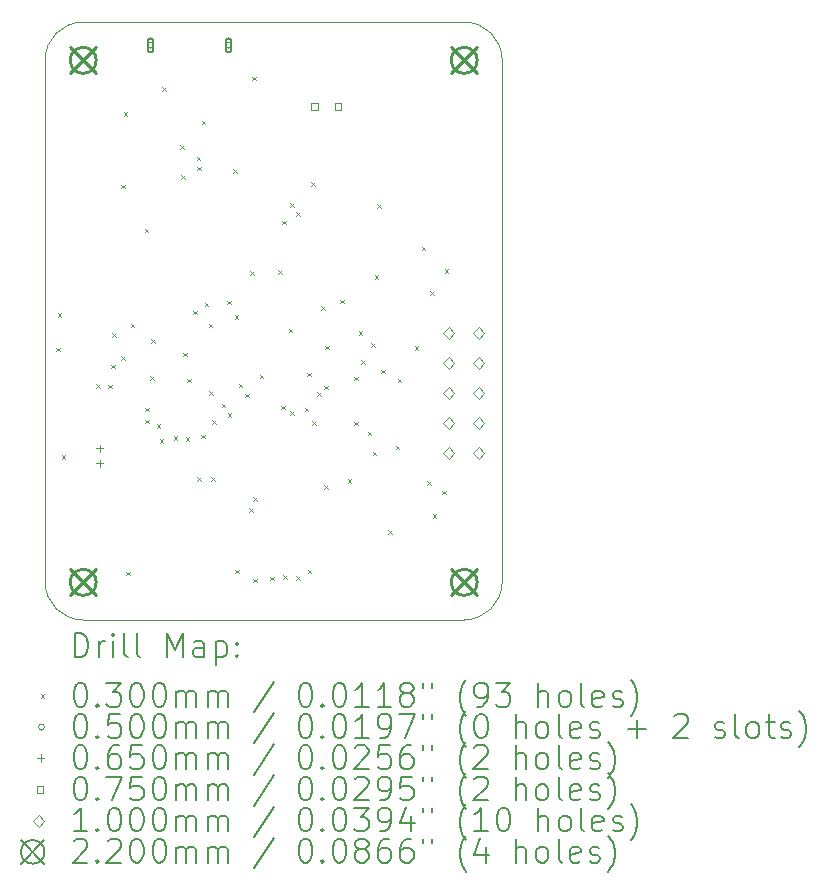
<source format=gbr>
%TF.GenerationSoftware,KiCad,Pcbnew,(6.0.10)*%
%TF.CreationDate,2023-03-04T03:17:44-05:00*%
%TF.ProjectId,SmartWatch,536d6172-7457-4617-9463-682e6b696361,rev?*%
%TF.SameCoordinates,Original*%
%TF.FileFunction,Drillmap*%
%TF.FilePolarity,Positive*%
%FSLAX45Y45*%
G04 Gerber Fmt 4.5, Leading zero omitted, Abs format (unit mm)*
G04 Created by KiCad (PCBNEW (6.0.10)) date 2023-03-04 03:17:44*
%MOMM*%
%LPD*%
G01*
G04 APERTURE LIST*
%ADD10C,0.100000*%
%ADD11C,0.200000*%
%ADD12C,0.030000*%
%ADD13C,0.050000*%
%ADD14C,0.065000*%
%ADD15C,0.075000*%
%ADD16C,0.220000*%
G04 APERTURE END LIST*
D10*
X10390000Y-11010000D02*
G75*
G03*
X10710000Y-10690000I0J320000D01*
G01*
X7160000Y-5950000D02*
G75*
G03*
X6840000Y-6270000I0J-320000D01*
G01*
X6840000Y-10690000D02*
X6840000Y-6270000D01*
X10710000Y-6270000D02*
G75*
G03*
X10390000Y-5950000I-320000J0D01*
G01*
X7160000Y-5950000D02*
X10390000Y-5950000D01*
X6840000Y-10690000D02*
G75*
G03*
X7160000Y-11010000I320000J0D01*
G01*
X10390000Y-11010000D02*
X7160000Y-11010000D01*
X10710000Y-6270000D02*
X10710000Y-10690000D01*
D11*
D12*
X6935000Y-8706000D02*
X6965000Y-8736000D01*
X6965000Y-8706000D02*
X6935000Y-8736000D01*
X6947000Y-8414000D02*
X6977000Y-8444000D01*
X6977000Y-8414000D02*
X6947000Y-8444000D01*
X6982000Y-9618000D02*
X7012000Y-9648000D01*
X7012000Y-9618000D02*
X6982000Y-9648000D01*
X7271000Y-9017950D02*
X7301000Y-9047950D01*
X7301000Y-9017950D02*
X7271000Y-9047950D01*
X7375000Y-9021000D02*
X7405000Y-9051000D01*
X7405000Y-9021000D02*
X7375000Y-9051000D01*
X7400000Y-8850000D02*
X7430000Y-8880000D01*
X7430000Y-8850000D02*
X7400000Y-8880000D01*
X7409000Y-8586000D02*
X7439000Y-8616000D01*
X7439000Y-8586000D02*
X7409000Y-8616000D01*
X7485000Y-7325000D02*
X7515000Y-7355000D01*
X7515000Y-7325000D02*
X7485000Y-7355000D01*
X7485950Y-8780000D02*
X7515950Y-8810000D01*
X7515950Y-8780000D02*
X7485950Y-8810000D01*
X7505000Y-6715000D02*
X7535000Y-6745000D01*
X7535000Y-6715000D02*
X7505000Y-6745000D01*
X7526000Y-10605000D02*
X7556000Y-10635000D01*
X7556000Y-10605000D02*
X7526000Y-10635000D01*
X7565000Y-8505050D02*
X7595000Y-8535050D01*
X7595000Y-8505050D02*
X7565000Y-8535050D01*
X7682000Y-7701000D02*
X7712000Y-7731000D01*
X7712000Y-7701000D02*
X7682000Y-7731000D01*
X7687874Y-9314928D02*
X7717874Y-9344928D01*
X7717874Y-9314928D02*
X7687874Y-9344928D01*
X7690000Y-9215000D02*
X7720000Y-9245000D01*
X7720000Y-9215000D02*
X7690000Y-9245000D01*
X7731000Y-8946000D02*
X7761000Y-8976000D01*
X7761000Y-8946000D02*
X7731000Y-8976000D01*
X7739000Y-8636000D02*
X7769000Y-8666000D01*
X7769000Y-8636000D02*
X7739000Y-8666000D01*
X7783882Y-9354733D02*
X7813882Y-9384733D01*
X7813882Y-9354733D02*
X7783882Y-9384733D01*
X7812000Y-9481000D02*
X7842000Y-9511000D01*
X7842000Y-9481000D02*
X7812000Y-9511000D01*
X7831629Y-6501724D02*
X7861629Y-6531724D01*
X7861629Y-6501724D02*
X7831629Y-6531724D01*
X7931000Y-9456000D02*
X7961000Y-9486000D01*
X7961000Y-9456000D02*
X7931000Y-9486000D01*
X7982500Y-6992500D02*
X8012500Y-7022500D01*
X8012500Y-6992500D02*
X7982500Y-7022500D01*
X7990573Y-7244950D02*
X8020573Y-7274950D01*
X8020573Y-7244950D02*
X7990573Y-7274950D01*
X8007927Y-8747927D02*
X8037927Y-8777927D01*
X8037927Y-8747927D02*
X8007927Y-8777927D01*
X8030365Y-9466801D02*
X8060365Y-9496801D01*
X8060365Y-9466801D02*
X8030365Y-9496801D01*
X8045000Y-8968000D02*
X8075000Y-8998000D01*
X8075000Y-8968000D02*
X8045000Y-8998000D01*
X8095000Y-8392500D02*
X8125000Y-8422500D01*
X8125000Y-8392500D02*
X8095000Y-8422500D01*
X8122575Y-7089278D02*
X8152575Y-7119278D01*
X8152575Y-7089278D02*
X8122575Y-7119278D01*
X8127000Y-7176000D02*
X8157000Y-7206000D01*
X8157000Y-7176000D02*
X8127000Y-7206000D01*
X8127000Y-9802000D02*
X8157000Y-9832000D01*
X8157000Y-9802000D02*
X8127000Y-9832000D01*
X8160000Y-9443000D02*
X8190000Y-9473000D01*
X8190000Y-9443000D02*
X8160000Y-9473000D01*
X8165950Y-6785000D02*
X8195950Y-6815000D01*
X8195950Y-6785000D02*
X8165950Y-6815000D01*
X8190000Y-8325000D02*
X8220000Y-8355000D01*
X8220000Y-8325000D02*
X8190000Y-8355000D01*
X8225000Y-8505000D02*
X8255000Y-8535000D01*
X8255000Y-8505000D02*
X8225000Y-8535000D01*
X8230000Y-9074950D02*
X8260000Y-9104950D01*
X8260000Y-9074950D02*
X8230000Y-9104950D01*
X8247050Y-9802050D02*
X8277050Y-9832050D01*
X8277050Y-9802050D02*
X8247050Y-9832050D01*
X8254000Y-9322000D02*
X8284000Y-9352000D01*
X8284000Y-9322000D02*
X8254000Y-9352000D01*
X8335038Y-9179962D02*
X8365038Y-9209962D01*
X8365038Y-9179962D02*
X8335038Y-9209962D01*
X8382500Y-8310000D02*
X8412500Y-8340000D01*
X8412500Y-8310000D02*
X8382500Y-8340000D01*
X8387000Y-9263000D02*
X8417000Y-9293000D01*
X8417000Y-9263000D02*
X8387000Y-9293000D01*
X8433950Y-7196000D02*
X8463950Y-7226000D01*
X8463950Y-7196000D02*
X8433950Y-7226000D01*
X8447500Y-8430000D02*
X8477500Y-8460000D01*
X8477500Y-8430000D02*
X8447500Y-8460000D01*
X8449000Y-10588000D02*
X8479000Y-10618000D01*
X8479000Y-10588000D02*
X8449000Y-10618000D01*
X8479000Y-9013000D02*
X8509000Y-9043000D01*
X8509000Y-9013000D02*
X8479000Y-9043000D01*
X8536781Y-9094764D02*
X8566781Y-9124764D01*
X8566781Y-9094764D02*
X8536781Y-9124764D01*
X8570024Y-10067697D02*
X8600024Y-10097697D01*
X8600024Y-10067697D02*
X8570024Y-10097697D01*
X8579000Y-8057000D02*
X8609000Y-8087000D01*
X8609000Y-8057000D02*
X8579000Y-8087000D01*
X8592500Y-6412500D02*
X8622500Y-6442500D01*
X8622500Y-6412500D02*
X8592500Y-6442500D01*
X8602000Y-9973000D02*
X8632000Y-10003000D01*
X8632000Y-9973000D02*
X8602000Y-10003000D01*
X8604000Y-10661000D02*
X8634000Y-10691000D01*
X8634000Y-10661000D02*
X8604000Y-10691000D01*
X8658000Y-8935000D02*
X8688000Y-8965000D01*
X8688000Y-8935000D02*
X8658000Y-8965000D01*
X8745000Y-10647000D02*
X8775000Y-10677000D01*
X8775000Y-10647000D02*
X8745000Y-10677000D01*
X8812000Y-8051000D02*
X8842000Y-8081000D01*
X8842000Y-8051000D02*
X8812000Y-8081000D01*
X8838000Y-9197000D02*
X8868000Y-9227000D01*
X8868000Y-9197000D02*
X8838000Y-9227000D01*
X8846000Y-7633050D02*
X8876000Y-7663050D01*
X8876000Y-7633050D02*
X8846000Y-7663050D01*
X8856000Y-10632000D02*
X8886000Y-10662000D01*
X8886000Y-10632000D02*
X8856000Y-10662000D01*
X8902500Y-8545000D02*
X8932500Y-8575000D01*
X8932500Y-8545000D02*
X8902500Y-8575000D01*
X8913323Y-9246169D02*
X8943323Y-9276169D01*
X8943323Y-9246169D02*
X8913323Y-9276169D01*
X8915000Y-7485000D02*
X8945000Y-7515000D01*
X8945000Y-7485000D02*
X8915000Y-7515000D01*
X8967894Y-10640554D02*
X8997894Y-10670554D01*
X8997894Y-10640554D02*
X8967894Y-10670554D01*
X8968000Y-7560000D02*
X8998000Y-7590000D01*
X8998000Y-7560000D02*
X8968000Y-7590000D01*
X9040000Y-9215000D02*
X9070000Y-9245000D01*
X9070000Y-9215000D02*
X9040000Y-9245000D01*
X9060000Y-8920000D02*
X9090000Y-8950000D01*
X9090000Y-8920000D02*
X9060000Y-8950000D01*
X9065000Y-10586000D02*
X9095000Y-10616000D01*
X9095000Y-10586000D02*
X9065000Y-10616000D01*
X9095000Y-7305000D02*
X9125000Y-7335000D01*
X9125000Y-7305000D02*
X9095000Y-7335000D01*
X9100000Y-9330000D02*
X9130000Y-9360000D01*
X9130000Y-9330000D02*
X9100000Y-9360000D01*
X9145000Y-9085050D02*
X9175000Y-9115050D01*
X9175000Y-9085050D02*
X9145000Y-9115050D01*
X9177000Y-8354000D02*
X9207000Y-8384000D01*
X9207000Y-8354000D02*
X9177000Y-8384000D01*
X9203000Y-9870000D02*
X9233000Y-9900000D01*
X9233000Y-9870000D02*
X9203000Y-9900000D01*
X9205050Y-9030000D02*
X9235050Y-9060000D01*
X9235050Y-9030000D02*
X9205050Y-9060000D01*
X9214000Y-8688000D02*
X9244000Y-8718000D01*
X9244000Y-8688000D02*
X9214000Y-8718000D01*
X9338051Y-8301269D02*
X9368051Y-8331269D01*
X9368051Y-8301269D02*
X9338051Y-8331269D01*
X9402038Y-9818962D02*
X9432038Y-9848962D01*
X9432038Y-9818962D02*
X9402038Y-9848962D01*
X9457000Y-8952000D02*
X9487000Y-8982000D01*
X9487000Y-8952000D02*
X9457000Y-8982000D01*
X9457000Y-9334000D02*
X9487000Y-9364000D01*
X9487000Y-9334000D02*
X9457000Y-9364000D01*
X9496674Y-8567301D02*
X9526674Y-8597301D01*
X9526674Y-8567301D02*
X9496674Y-8597301D01*
X9515000Y-8811000D02*
X9545000Y-8841000D01*
X9545000Y-8811000D02*
X9515000Y-8841000D01*
X9570000Y-9417000D02*
X9600000Y-9447000D01*
X9600000Y-9417000D02*
X9570000Y-9447000D01*
X9601000Y-8670000D02*
X9631000Y-8700000D01*
X9631000Y-8670000D02*
X9601000Y-8700000D01*
X9614000Y-9588000D02*
X9644000Y-9618000D01*
X9644000Y-9588000D02*
X9614000Y-9618000D01*
X9632000Y-8092000D02*
X9662000Y-8122000D01*
X9662000Y-8092000D02*
X9632000Y-8122000D01*
X9652000Y-7490000D02*
X9682000Y-7520000D01*
X9682000Y-7490000D02*
X9652000Y-7520000D01*
X9686000Y-8892000D02*
X9716000Y-8922000D01*
X9716000Y-8892000D02*
X9686000Y-8922000D01*
X9745000Y-10250000D02*
X9775000Y-10280000D01*
X9775000Y-10250000D02*
X9745000Y-10280000D01*
X9807000Y-9538000D02*
X9837000Y-9568000D01*
X9837000Y-9538000D02*
X9807000Y-9568000D01*
X9826000Y-8971000D02*
X9856000Y-9001000D01*
X9856000Y-8971000D02*
X9826000Y-9001000D01*
X9968000Y-8694000D02*
X9998000Y-8724000D01*
X9998000Y-8694000D02*
X9968000Y-8724000D01*
X10027500Y-7850000D02*
X10057500Y-7880000D01*
X10057500Y-7850000D02*
X10027500Y-7880000D01*
X10076000Y-9836000D02*
X10106000Y-9866000D01*
X10106000Y-9836000D02*
X10076000Y-9866000D01*
X10099000Y-8230000D02*
X10129000Y-8260000D01*
X10129000Y-8230000D02*
X10099000Y-8260000D01*
X10121000Y-10115000D02*
X10151000Y-10145000D01*
X10151000Y-10115000D02*
X10121000Y-10145000D01*
X10203000Y-9919000D02*
X10233000Y-9949000D01*
X10233000Y-9919000D02*
X10203000Y-9949000D01*
X10225000Y-8040000D02*
X10255000Y-8070000D01*
X10255000Y-8040000D02*
X10225000Y-8070000D01*
D13*
X7757600Y-6146800D02*
G75*
G03*
X7757600Y-6146800I-25000J0D01*
G01*
D11*
X7757600Y-6181800D02*
X7757600Y-6111800D01*
X7707600Y-6181800D02*
X7707600Y-6111800D01*
X7757600Y-6111800D02*
G75*
G03*
X7707600Y-6111800I-25000J0D01*
G01*
X7707600Y-6181800D02*
G75*
G03*
X7757600Y-6181800I25000J0D01*
G01*
D13*
X8417600Y-6146800D02*
G75*
G03*
X8417600Y-6146800I-25000J0D01*
G01*
D11*
X8417600Y-6181800D02*
X8417600Y-6111800D01*
X8367600Y-6181800D02*
X8367600Y-6111800D01*
X8417600Y-6111800D02*
G75*
G03*
X8367600Y-6111800I-25000J0D01*
G01*
X8367600Y-6181800D02*
G75*
G03*
X8417600Y-6181800I25000J0D01*
G01*
D14*
X7301000Y-9526500D02*
X7301000Y-9591500D01*
X7268500Y-9559000D02*
X7333500Y-9559000D01*
X7301000Y-9653500D02*
X7301000Y-9718500D01*
X7268500Y-9686000D02*
X7333500Y-9686000D01*
D15*
X9146717Y-6691917D02*
X9146717Y-6638883D01*
X9093683Y-6638883D01*
X9093683Y-6691917D01*
X9146717Y-6691917D01*
X9346717Y-6691917D02*
X9346717Y-6638883D01*
X9293683Y-6638883D01*
X9293683Y-6691917D01*
X9346717Y-6691917D01*
D10*
X10256000Y-8634000D02*
X10306000Y-8584000D01*
X10256000Y-8534000D01*
X10206000Y-8584000D01*
X10256000Y-8634000D01*
X10256000Y-8888000D02*
X10306000Y-8838000D01*
X10256000Y-8788000D01*
X10206000Y-8838000D01*
X10256000Y-8888000D01*
X10256000Y-9142000D02*
X10306000Y-9092000D01*
X10256000Y-9042000D01*
X10206000Y-9092000D01*
X10256000Y-9142000D01*
X10256000Y-9396000D02*
X10306000Y-9346000D01*
X10256000Y-9296000D01*
X10206000Y-9346000D01*
X10256000Y-9396000D01*
X10256000Y-9650000D02*
X10306000Y-9600000D01*
X10256000Y-9550000D01*
X10206000Y-9600000D01*
X10256000Y-9650000D01*
X10510000Y-8634000D02*
X10560000Y-8584000D01*
X10510000Y-8534000D01*
X10460000Y-8584000D01*
X10510000Y-8634000D01*
X10510000Y-8888000D02*
X10560000Y-8838000D01*
X10510000Y-8788000D01*
X10460000Y-8838000D01*
X10510000Y-8888000D01*
X10510000Y-9142000D02*
X10560000Y-9092000D01*
X10510000Y-9042000D01*
X10460000Y-9092000D01*
X10510000Y-9142000D01*
X10510000Y-9396000D02*
X10560000Y-9346000D01*
X10510000Y-9296000D01*
X10460000Y-9346000D01*
X10510000Y-9396000D01*
X10510000Y-9650000D02*
X10560000Y-9600000D01*
X10510000Y-9550000D01*
X10460000Y-9600000D01*
X10510000Y-9650000D01*
D16*
X7052800Y-6163800D02*
X7272800Y-6383800D01*
X7272800Y-6163800D02*
X7052800Y-6383800D01*
X7272800Y-6273800D02*
G75*
G03*
X7272800Y-6273800I-110000J0D01*
G01*
X7052800Y-10583400D02*
X7272800Y-10803400D01*
X7272800Y-10583400D02*
X7052800Y-10803400D01*
X7272800Y-10693400D02*
G75*
G03*
X7272800Y-10693400I-110000J0D01*
G01*
X10278600Y-6163800D02*
X10498600Y-6383800D01*
X10498600Y-6163800D02*
X10278600Y-6383800D01*
X10498600Y-6273800D02*
G75*
G03*
X10498600Y-6273800I-110000J0D01*
G01*
X10278600Y-10583400D02*
X10498600Y-10803400D01*
X10498600Y-10583400D02*
X10278600Y-10803400D01*
X10498600Y-10693400D02*
G75*
G03*
X10498600Y-10693400I-110000J0D01*
G01*
D11*
X7092619Y-11325476D02*
X7092619Y-11125476D01*
X7140238Y-11125476D01*
X7168809Y-11135000D01*
X7187857Y-11154048D01*
X7197381Y-11173095D01*
X7206905Y-11211190D01*
X7206905Y-11239762D01*
X7197381Y-11277857D01*
X7187857Y-11296905D01*
X7168809Y-11315952D01*
X7140238Y-11325476D01*
X7092619Y-11325476D01*
X7292619Y-11325476D02*
X7292619Y-11192143D01*
X7292619Y-11230238D02*
X7302143Y-11211190D01*
X7311667Y-11201667D01*
X7330714Y-11192143D01*
X7349762Y-11192143D01*
X7416428Y-11325476D02*
X7416428Y-11192143D01*
X7416428Y-11125476D02*
X7406905Y-11135000D01*
X7416428Y-11144524D01*
X7425952Y-11135000D01*
X7416428Y-11125476D01*
X7416428Y-11144524D01*
X7540238Y-11325476D02*
X7521190Y-11315952D01*
X7511667Y-11296905D01*
X7511667Y-11125476D01*
X7645000Y-11325476D02*
X7625952Y-11315952D01*
X7616428Y-11296905D01*
X7616428Y-11125476D01*
X7873571Y-11325476D02*
X7873571Y-11125476D01*
X7940238Y-11268333D01*
X8006905Y-11125476D01*
X8006905Y-11325476D01*
X8187857Y-11325476D02*
X8187857Y-11220714D01*
X8178333Y-11201667D01*
X8159286Y-11192143D01*
X8121190Y-11192143D01*
X8102143Y-11201667D01*
X8187857Y-11315952D02*
X8168809Y-11325476D01*
X8121190Y-11325476D01*
X8102143Y-11315952D01*
X8092619Y-11296905D01*
X8092619Y-11277857D01*
X8102143Y-11258809D01*
X8121190Y-11249286D01*
X8168809Y-11249286D01*
X8187857Y-11239762D01*
X8283095Y-11192143D02*
X8283095Y-11392143D01*
X8283095Y-11201667D02*
X8302143Y-11192143D01*
X8340238Y-11192143D01*
X8359286Y-11201667D01*
X8368809Y-11211190D01*
X8378333Y-11230238D01*
X8378333Y-11287381D01*
X8368809Y-11306428D01*
X8359286Y-11315952D01*
X8340238Y-11325476D01*
X8302143Y-11325476D01*
X8283095Y-11315952D01*
X8464048Y-11306428D02*
X8473571Y-11315952D01*
X8464048Y-11325476D01*
X8454524Y-11315952D01*
X8464048Y-11306428D01*
X8464048Y-11325476D01*
X8464048Y-11201667D02*
X8473571Y-11211190D01*
X8464048Y-11220714D01*
X8454524Y-11211190D01*
X8464048Y-11201667D01*
X8464048Y-11220714D01*
D12*
X6805000Y-11640000D02*
X6835000Y-11670000D01*
X6835000Y-11640000D02*
X6805000Y-11670000D01*
D11*
X7130714Y-11545476D02*
X7149762Y-11545476D01*
X7168809Y-11555000D01*
X7178333Y-11564524D01*
X7187857Y-11583571D01*
X7197381Y-11621667D01*
X7197381Y-11669286D01*
X7187857Y-11707381D01*
X7178333Y-11726428D01*
X7168809Y-11735952D01*
X7149762Y-11745476D01*
X7130714Y-11745476D01*
X7111667Y-11735952D01*
X7102143Y-11726428D01*
X7092619Y-11707381D01*
X7083095Y-11669286D01*
X7083095Y-11621667D01*
X7092619Y-11583571D01*
X7102143Y-11564524D01*
X7111667Y-11555000D01*
X7130714Y-11545476D01*
X7283095Y-11726428D02*
X7292619Y-11735952D01*
X7283095Y-11745476D01*
X7273571Y-11735952D01*
X7283095Y-11726428D01*
X7283095Y-11745476D01*
X7359286Y-11545476D02*
X7483095Y-11545476D01*
X7416428Y-11621667D01*
X7445000Y-11621667D01*
X7464048Y-11631190D01*
X7473571Y-11640714D01*
X7483095Y-11659762D01*
X7483095Y-11707381D01*
X7473571Y-11726428D01*
X7464048Y-11735952D01*
X7445000Y-11745476D01*
X7387857Y-11745476D01*
X7368809Y-11735952D01*
X7359286Y-11726428D01*
X7606905Y-11545476D02*
X7625952Y-11545476D01*
X7645000Y-11555000D01*
X7654524Y-11564524D01*
X7664048Y-11583571D01*
X7673571Y-11621667D01*
X7673571Y-11669286D01*
X7664048Y-11707381D01*
X7654524Y-11726428D01*
X7645000Y-11735952D01*
X7625952Y-11745476D01*
X7606905Y-11745476D01*
X7587857Y-11735952D01*
X7578333Y-11726428D01*
X7568809Y-11707381D01*
X7559286Y-11669286D01*
X7559286Y-11621667D01*
X7568809Y-11583571D01*
X7578333Y-11564524D01*
X7587857Y-11555000D01*
X7606905Y-11545476D01*
X7797381Y-11545476D02*
X7816428Y-11545476D01*
X7835476Y-11555000D01*
X7845000Y-11564524D01*
X7854524Y-11583571D01*
X7864048Y-11621667D01*
X7864048Y-11669286D01*
X7854524Y-11707381D01*
X7845000Y-11726428D01*
X7835476Y-11735952D01*
X7816428Y-11745476D01*
X7797381Y-11745476D01*
X7778333Y-11735952D01*
X7768809Y-11726428D01*
X7759286Y-11707381D01*
X7749762Y-11669286D01*
X7749762Y-11621667D01*
X7759286Y-11583571D01*
X7768809Y-11564524D01*
X7778333Y-11555000D01*
X7797381Y-11545476D01*
X7949762Y-11745476D02*
X7949762Y-11612143D01*
X7949762Y-11631190D02*
X7959286Y-11621667D01*
X7978333Y-11612143D01*
X8006905Y-11612143D01*
X8025952Y-11621667D01*
X8035476Y-11640714D01*
X8035476Y-11745476D01*
X8035476Y-11640714D02*
X8045000Y-11621667D01*
X8064048Y-11612143D01*
X8092619Y-11612143D01*
X8111667Y-11621667D01*
X8121190Y-11640714D01*
X8121190Y-11745476D01*
X8216428Y-11745476D02*
X8216428Y-11612143D01*
X8216428Y-11631190D02*
X8225952Y-11621667D01*
X8245000Y-11612143D01*
X8273571Y-11612143D01*
X8292619Y-11621667D01*
X8302143Y-11640714D01*
X8302143Y-11745476D01*
X8302143Y-11640714D02*
X8311667Y-11621667D01*
X8330714Y-11612143D01*
X8359286Y-11612143D01*
X8378333Y-11621667D01*
X8387857Y-11640714D01*
X8387857Y-11745476D01*
X8778333Y-11535952D02*
X8606905Y-11793095D01*
X9035476Y-11545476D02*
X9054524Y-11545476D01*
X9073571Y-11555000D01*
X9083095Y-11564524D01*
X9092619Y-11583571D01*
X9102143Y-11621667D01*
X9102143Y-11669286D01*
X9092619Y-11707381D01*
X9083095Y-11726428D01*
X9073571Y-11735952D01*
X9054524Y-11745476D01*
X9035476Y-11745476D01*
X9016429Y-11735952D01*
X9006905Y-11726428D01*
X8997381Y-11707381D01*
X8987857Y-11669286D01*
X8987857Y-11621667D01*
X8997381Y-11583571D01*
X9006905Y-11564524D01*
X9016429Y-11555000D01*
X9035476Y-11545476D01*
X9187857Y-11726428D02*
X9197381Y-11735952D01*
X9187857Y-11745476D01*
X9178333Y-11735952D01*
X9187857Y-11726428D01*
X9187857Y-11745476D01*
X9321190Y-11545476D02*
X9340238Y-11545476D01*
X9359286Y-11555000D01*
X9368810Y-11564524D01*
X9378333Y-11583571D01*
X9387857Y-11621667D01*
X9387857Y-11669286D01*
X9378333Y-11707381D01*
X9368810Y-11726428D01*
X9359286Y-11735952D01*
X9340238Y-11745476D01*
X9321190Y-11745476D01*
X9302143Y-11735952D01*
X9292619Y-11726428D01*
X9283095Y-11707381D01*
X9273571Y-11669286D01*
X9273571Y-11621667D01*
X9283095Y-11583571D01*
X9292619Y-11564524D01*
X9302143Y-11555000D01*
X9321190Y-11545476D01*
X9578333Y-11745476D02*
X9464048Y-11745476D01*
X9521190Y-11745476D02*
X9521190Y-11545476D01*
X9502143Y-11574048D01*
X9483095Y-11593095D01*
X9464048Y-11602619D01*
X9768810Y-11745476D02*
X9654524Y-11745476D01*
X9711667Y-11745476D02*
X9711667Y-11545476D01*
X9692619Y-11574048D01*
X9673571Y-11593095D01*
X9654524Y-11602619D01*
X9883095Y-11631190D02*
X9864048Y-11621667D01*
X9854524Y-11612143D01*
X9845000Y-11593095D01*
X9845000Y-11583571D01*
X9854524Y-11564524D01*
X9864048Y-11555000D01*
X9883095Y-11545476D01*
X9921190Y-11545476D01*
X9940238Y-11555000D01*
X9949762Y-11564524D01*
X9959286Y-11583571D01*
X9959286Y-11593095D01*
X9949762Y-11612143D01*
X9940238Y-11621667D01*
X9921190Y-11631190D01*
X9883095Y-11631190D01*
X9864048Y-11640714D01*
X9854524Y-11650238D01*
X9845000Y-11669286D01*
X9845000Y-11707381D01*
X9854524Y-11726428D01*
X9864048Y-11735952D01*
X9883095Y-11745476D01*
X9921190Y-11745476D01*
X9940238Y-11735952D01*
X9949762Y-11726428D01*
X9959286Y-11707381D01*
X9959286Y-11669286D01*
X9949762Y-11650238D01*
X9940238Y-11640714D01*
X9921190Y-11631190D01*
X10035476Y-11545476D02*
X10035476Y-11583571D01*
X10111667Y-11545476D02*
X10111667Y-11583571D01*
X10406905Y-11821667D02*
X10397381Y-11812143D01*
X10378333Y-11783571D01*
X10368810Y-11764524D01*
X10359286Y-11735952D01*
X10349762Y-11688333D01*
X10349762Y-11650238D01*
X10359286Y-11602619D01*
X10368810Y-11574048D01*
X10378333Y-11555000D01*
X10397381Y-11526428D01*
X10406905Y-11516905D01*
X10492619Y-11745476D02*
X10530714Y-11745476D01*
X10549762Y-11735952D01*
X10559286Y-11726428D01*
X10578333Y-11697857D01*
X10587857Y-11659762D01*
X10587857Y-11583571D01*
X10578333Y-11564524D01*
X10568810Y-11555000D01*
X10549762Y-11545476D01*
X10511667Y-11545476D01*
X10492619Y-11555000D01*
X10483095Y-11564524D01*
X10473571Y-11583571D01*
X10473571Y-11631190D01*
X10483095Y-11650238D01*
X10492619Y-11659762D01*
X10511667Y-11669286D01*
X10549762Y-11669286D01*
X10568810Y-11659762D01*
X10578333Y-11650238D01*
X10587857Y-11631190D01*
X10654524Y-11545476D02*
X10778333Y-11545476D01*
X10711667Y-11621667D01*
X10740238Y-11621667D01*
X10759286Y-11631190D01*
X10768810Y-11640714D01*
X10778333Y-11659762D01*
X10778333Y-11707381D01*
X10768810Y-11726428D01*
X10759286Y-11735952D01*
X10740238Y-11745476D01*
X10683095Y-11745476D01*
X10664048Y-11735952D01*
X10654524Y-11726428D01*
X11016429Y-11745476D02*
X11016429Y-11545476D01*
X11102143Y-11745476D02*
X11102143Y-11640714D01*
X11092619Y-11621667D01*
X11073571Y-11612143D01*
X11045000Y-11612143D01*
X11025952Y-11621667D01*
X11016429Y-11631190D01*
X11225952Y-11745476D02*
X11206905Y-11735952D01*
X11197381Y-11726428D01*
X11187857Y-11707381D01*
X11187857Y-11650238D01*
X11197381Y-11631190D01*
X11206905Y-11621667D01*
X11225952Y-11612143D01*
X11254524Y-11612143D01*
X11273571Y-11621667D01*
X11283095Y-11631190D01*
X11292619Y-11650238D01*
X11292619Y-11707381D01*
X11283095Y-11726428D01*
X11273571Y-11735952D01*
X11254524Y-11745476D01*
X11225952Y-11745476D01*
X11406905Y-11745476D02*
X11387857Y-11735952D01*
X11378333Y-11716905D01*
X11378333Y-11545476D01*
X11559286Y-11735952D02*
X11540238Y-11745476D01*
X11502143Y-11745476D01*
X11483095Y-11735952D01*
X11473571Y-11716905D01*
X11473571Y-11640714D01*
X11483095Y-11621667D01*
X11502143Y-11612143D01*
X11540238Y-11612143D01*
X11559286Y-11621667D01*
X11568809Y-11640714D01*
X11568809Y-11659762D01*
X11473571Y-11678809D01*
X11645000Y-11735952D02*
X11664048Y-11745476D01*
X11702143Y-11745476D01*
X11721190Y-11735952D01*
X11730714Y-11716905D01*
X11730714Y-11707381D01*
X11721190Y-11688333D01*
X11702143Y-11678809D01*
X11673571Y-11678809D01*
X11654524Y-11669286D01*
X11645000Y-11650238D01*
X11645000Y-11640714D01*
X11654524Y-11621667D01*
X11673571Y-11612143D01*
X11702143Y-11612143D01*
X11721190Y-11621667D01*
X11797381Y-11821667D02*
X11806905Y-11812143D01*
X11825952Y-11783571D01*
X11835476Y-11764524D01*
X11845000Y-11735952D01*
X11854524Y-11688333D01*
X11854524Y-11650238D01*
X11845000Y-11602619D01*
X11835476Y-11574048D01*
X11825952Y-11555000D01*
X11806905Y-11526428D01*
X11797381Y-11516905D01*
D13*
X6835000Y-11919000D02*
G75*
G03*
X6835000Y-11919000I-25000J0D01*
G01*
D11*
X7130714Y-11809476D02*
X7149762Y-11809476D01*
X7168809Y-11819000D01*
X7178333Y-11828524D01*
X7187857Y-11847571D01*
X7197381Y-11885667D01*
X7197381Y-11933286D01*
X7187857Y-11971381D01*
X7178333Y-11990428D01*
X7168809Y-11999952D01*
X7149762Y-12009476D01*
X7130714Y-12009476D01*
X7111667Y-11999952D01*
X7102143Y-11990428D01*
X7092619Y-11971381D01*
X7083095Y-11933286D01*
X7083095Y-11885667D01*
X7092619Y-11847571D01*
X7102143Y-11828524D01*
X7111667Y-11819000D01*
X7130714Y-11809476D01*
X7283095Y-11990428D02*
X7292619Y-11999952D01*
X7283095Y-12009476D01*
X7273571Y-11999952D01*
X7283095Y-11990428D01*
X7283095Y-12009476D01*
X7473571Y-11809476D02*
X7378333Y-11809476D01*
X7368809Y-11904714D01*
X7378333Y-11895190D01*
X7397381Y-11885667D01*
X7445000Y-11885667D01*
X7464048Y-11895190D01*
X7473571Y-11904714D01*
X7483095Y-11923762D01*
X7483095Y-11971381D01*
X7473571Y-11990428D01*
X7464048Y-11999952D01*
X7445000Y-12009476D01*
X7397381Y-12009476D01*
X7378333Y-11999952D01*
X7368809Y-11990428D01*
X7606905Y-11809476D02*
X7625952Y-11809476D01*
X7645000Y-11819000D01*
X7654524Y-11828524D01*
X7664048Y-11847571D01*
X7673571Y-11885667D01*
X7673571Y-11933286D01*
X7664048Y-11971381D01*
X7654524Y-11990428D01*
X7645000Y-11999952D01*
X7625952Y-12009476D01*
X7606905Y-12009476D01*
X7587857Y-11999952D01*
X7578333Y-11990428D01*
X7568809Y-11971381D01*
X7559286Y-11933286D01*
X7559286Y-11885667D01*
X7568809Y-11847571D01*
X7578333Y-11828524D01*
X7587857Y-11819000D01*
X7606905Y-11809476D01*
X7797381Y-11809476D02*
X7816428Y-11809476D01*
X7835476Y-11819000D01*
X7845000Y-11828524D01*
X7854524Y-11847571D01*
X7864048Y-11885667D01*
X7864048Y-11933286D01*
X7854524Y-11971381D01*
X7845000Y-11990428D01*
X7835476Y-11999952D01*
X7816428Y-12009476D01*
X7797381Y-12009476D01*
X7778333Y-11999952D01*
X7768809Y-11990428D01*
X7759286Y-11971381D01*
X7749762Y-11933286D01*
X7749762Y-11885667D01*
X7759286Y-11847571D01*
X7768809Y-11828524D01*
X7778333Y-11819000D01*
X7797381Y-11809476D01*
X7949762Y-12009476D02*
X7949762Y-11876143D01*
X7949762Y-11895190D02*
X7959286Y-11885667D01*
X7978333Y-11876143D01*
X8006905Y-11876143D01*
X8025952Y-11885667D01*
X8035476Y-11904714D01*
X8035476Y-12009476D01*
X8035476Y-11904714D02*
X8045000Y-11885667D01*
X8064048Y-11876143D01*
X8092619Y-11876143D01*
X8111667Y-11885667D01*
X8121190Y-11904714D01*
X8121190Y-12009476D01*
X8216428Y-12009476D02*
X8216428Y-11876143D01*
X8216428Y-11895190D02*
X8225952Y-11885667D01*
X8245000Y-11876143D01*
X8273571Y-11876143D01*
X8292619Y-11885667D01*
X8302143Y-11904714D01*
X8302143Y-12009476D01*
X8302143Y-11904714D02*
X8311667Y-11885667D01*
X8330714Y-11876143D01*
X8359286Y-11876143D01*
X8378333Y-11885667D01*
X8387857Y-11904714D01*
X8387857Y-12009476D01*
X8778333Y-11799952D02*
X8606905Y-12057095D01*
X9035476Y-11809476D02*
X9054524Y-11809476D01*
X9073571Y-11819000D01*
X9083095Y-11828524D01*
X9092619Y-11847571D01*
X9102143Y-11885667D01*
X9102143Y-11933286D01*
X9092619Y-11971381D01*
X9083095Y-11990428D01*
X9073571Y-11999952D01*
X9054524Y-12009476D01*
X9035476Y-12009476D01*
X9016429Y-11999952D01*
X9006905Y-11990428D01*
X8997381Y-11971381D01*
X8987857Y-11933286D01*
X8987857Y-11885667D01*
X8997381Y-11847571D01*
X9006905Y-11828524D01*
X9016429Y-11819000D01*
X9035476Y-11809476D01*
X9187857Y-11990428D02*
X9197381Y-11999952D01*
X9187857Y-12009476D01*
X9178333Y-11999952D01*
X9187857Y-11990428D01*
X9187857Y-12009476D01*
X9321190Y-11809476D02*
X9340238Y-11809476D01*
X9359286Y-11819000D01*
X9368810Y-11828524D01*
X9378333Y-11847571D01*
X9387857Y-11885667D01*
X9387857Y-11933286D01*
X9378333Y-11971381D01*
X9368810Y-11990428D01*
X9359286Y-11999952D01*
X9340238Y-12009476D01*
X9321190Y-12009476D01*
X9302143Y-11999952D01*
X9292619Y-11990428D01*
X9283095Y-11971381D01*
X9273571Y-11933286D01*
X9273571Y-11885667D01*
X9283095Y-11847571D01*
X9292619Y-11828524D01*
X9302143Y-11819000D01*
X9321190Y-11809476D01*
X9578333Y-12009476D02*
X9464048Y-12009476D01*
X9521190Y-12009476D02*
X9521190Y-11809476D01*
X9502143Y-11838048D01*
X9483095Y-11857095D01*
X9464048Y-11866619D01*
X9673571Y-12009476D02*
X9711667Y-12009476D01*
X9730714Y-11999952D01*
X9740238Y-11990428D01*
X9759286Y-11961857D01*
X9768810Y-11923762D01*
X9768810Y-11847571D01*
X9759286Y-11828524D01*
X9749762Y-11819000D01*
X9730714Y-11809476D01*
X9692619Y-11809476D01*
X9673571Y-11819000D01*
X9664048Y-11828524D01*
X9654524Y-11847571D01*
X9654524Y-11895190D01*
X9664048Y-11914238D01*
X9673571Y-11923762D01*
X9692619Y-11933286D01*
X9730714Y-11933286D01*
X9749762Y-11923762D01*
X9759286Y-11914238D01*
X9768810Y-11895190D01*
X9835476Y-11809476D02*
X9968810Y-11809476D01*
X9883095Y-12009476D01*
X10035476Y-11809476D02*
X10035476Y-11847571D01*
X10111667Y-11809476D02*
X10111667Y-11847571D01*
X10406905Y-12085667D02*
X10397381Y-12076143D01*
X10378333Y-12047571D01*
X10368810Y-12028524D01*
X10359286Y-11999952D01*
X10349762Y-11952333D01*
X10349762Y-11914238D01*
X10359286Y-11866619D01*
X10368810Y-11838048D01*
X10378333Y-11819000D01*
X10397381Y-11790428D01*
X10406905Y-11780905D01*
X10521190Y-11809476D02*
X10540238Y-11809476D01*
X10559286Y-11819000D01*
X10568810Y-11828524D01*
X10578333Y-11847571D01*
X10587857Y-11885667D01*
X10587857Y-11933286D01*
X10578333Y-11971381D01*
X10568810Y-11990428D01*
X10559286Y-11999952D01*
X10540238Y-12009476D01*
X10521190Y-12009476D01*
X10502143Y-11999952D01*
X10492619Y-11990428D01*
X10483095Y-11971381D01*
X10473571Y-11933286D01*
X10473571Y-11885667D01*
X10483095Y-11847571D01*
X10492619Y-11828524D01*
X10502143Y-11819000D01*
X10521190Y-11809476D01*
X10825952Y-12009476D02*
X10825952Y-11809476D01*
X10911667Y-12009476D02*
X10911667Y-11904714D01*
X10902143Y-11885667D01*
X10883095Y-11876143D01*
X10854524Y-11876143D01*
X10835476Y-11885667D01*
X10825952Y-11895190D01*
X11035476Y-12009476D02*
X11016429Y-11999952D01*
X11006905Y-11990428D01*
X10997381Y-11971381D01*
X10997381Y-11914238D01*
X11006905Y-11895190D01*
X11016429Y-11885667D01*
X11035476Y-11876143D01*
X11064048Y-11876143D01*
X11083095Y-11885667D01*
X11092619Y-11895190D01*
X11102143Y-11914238D01*
X11102143Y-11971381D01*
X11092619Y-11990428D01*
X11083095Y-11999952D01*
X11064048Y-12009476D01*
X11035476Y-12009476D01*
X11216428Y-12009476D02*
X11197381Y-11999952D01*
X11187857Y-11980905D01*
X11187857Y-11809476D01*
X11368809Y-11999952D02*
X11349762Y-12009476D01*
X11311667Y-12009476D01*
X11292619Y-11999952D01*
X11283095Y-11980905D01*
X11283095Y-11904714D01*
X11292619Y-11885667D01*
X11311667Y-11876143D01*
X11349762Y-11876143D01*
X11368809Y-11885667D01*
X11378333Y-11904714D01*
X11378333Y-11923762D01*
X11283095Y-11942809D01*
X11454524Y-11999952D02*
X11473571Y-12009476D01*
X11511667Y-12009476D01*
X11530714Y-11999952D01*
X11540238Y-11980905D01*
X11540238Y-11971381D01*
X11530714Y-11952333D01*
X11511667Y-11942809D01*
X11483095Y-11942809D01*
X11464048Y-11933286D01*
X11454524Y-11914238D01*
X11454524Y-11904714D01*
X11464048Y-11885667D01*
X11483095Y-11876143D01*
X11511667Y-11876143D01*
X11530714Y-11885667D01*
X11778333Y-11933286D02*
X11930714Y-11933286D01*
X11854524Y-12009476D02*
X11854524Y-11857095D01*
X12168809Y-11828524D02*
X12178333Y-11819000D01*
X12197381Y-11809476D01*
X12245000Y-11809476D01*
X12264048Y-11819000D01*
X12273571Y-11828524D01*
X12283095Y-11847571D01*
X12283095Y-11866619D01*
X12273571Y-11895190D01*
X12159286Y-12009476D01*
X12283095Y-12009476D01*
X12511667Y-11999952D02*
X12530714Y-12009476D01*
X12568809Y-12009476D01*
X12587857Y-11999952D01*
X12597381Y-11980905D01*
X12597381Y-11971381D01*
X12587857Y-11952333D01*
X12568809Y-11942809D01*
X12540238Y-11942809D01*
X12521190Y-11933286D01*
X12511667Y-11914238D01*
X12511667Y-11904714D01*
X12521190Y-11885667D01*
X12540238Y-11876143D01*
X12568809Y-11876143D01*
X12587857Y-11885667D01*
X12711667Y-12009476D02*
X12692619Y-11999952D01*
X12683095Y-11980905D01*
X12683095Y-11809476D01*
X12816428Y-12009476D02*
X12797381Y-11999952D01*
X12787857Y-11990428D01*
X12778333Y-11971381D01*
X12778333Y-11914238D01*
X12787857Y-11895190D01*
X12797381Y-11885667D01*
X12816428Y-11876143D01*
X12845000Y-11876143D01*
X12864048Y-11885667D01*
X12873571Y-11895190D01*
X12883095Y-11914238D01*
X12883095Y-11971381D01*
X12873571Y-11990428D01*
X12864048Y-11999952D01*
X12845000Y-12009476D01*
X12816428Y-12009476D01*
X12940238Y-11876143D02*
X13016428Y-11876143D01*
X12968809Y-11809476D02*
X12968809Y-11980905D01*
X12978333Y-11999952D01*
X12997381Y-12009476D01*
X13016428Y-12009476D01*
X13073571Y-11999952D02*
X13092619Y-12009476D01*
X13130714Y-12009476D01*
X13149762Y-11999952D01*
X13159286Y-11980905D01*
X13159286Y-11971381D01*
X13149762Y-11952333D01*
X13130714Y-11942809D01*
X13102143Y-11942809D01*
X13083095Y-11933286D01*
X13073571Y-11914238D01*
X13073571Y-11904714D01*
X13083095Y-11885667D01*
X13102143Y-11876143D01*
X13130714Y-11876143D01*
X13149762Y-11885667D01*
X13225952Y-12085667D02*
X13235476Y-12076143D01*
X13254524Y-12047571D01*
X13264048Y-12028524D01*
X13273571Y-11999952D01*
X13283095Y-11952333D01*
X13283095Y-11914238D01*
X13273571Y-11866619D01*
X13264048Y-11838048D01*
X13254524Y-11819000D01*
X13235476Y-11790428D01*
X13225952Y-11780905D01*
D14*
X6802500Y-12150500D02*
X6802500Y-12215500D01*
X6770000Y-12183000D02*
X6835000Y-12183000D01*
D11*
X7130714Y-12073476D02*
X7149762Y-12073476D01*
X7168809Y-12083000D01*
X7178333Y-12092524D01*
X7187857Y-12111571D01*
X7197381Y-12149667D01*
X7197381Y-12197286D01*
X7187857Y-12235381D01*
X7178333Y-12254428D01*
X7168809Y-12263952D01*
X7149762Y-12273476D01*
X7130714Y-12273476D01*
X7111667Y-12263952D01*
X7102143Y-12254428D01*
X7092619Y-12235381D01*
X7083095Y-12197286D01*
X7083095Y-12149667D01*
X7092619Y-12111571D01*
X7102143Y-12092524D01*
X7111667Y-12083000D01*
X7130714Y-12073476D01*
X7283095Y-12254428D02*
X7292619Y-12263952D01*
X7283095Y-12273476D01*
X7273571Y-12263952D01*
X7283095Y-12254428D01*
X7283095Y-12273476D01*
X7464048Y-12073476D02*
X7425952Y-12073476D01*
X7406905Y-12083000D01*
X7397381Y-12092524D01*
X7378333Y-12121095D01*
X7368809Y-12159190D01*
X7368809Y-12235381D01*
X7378333Y-12254428D01*
X7387857Y-12263952D01*
X7406905Y-12273476D01*
X7445000Y-12273476D01*
X7464048Y-12263952D01*
X7473571Y-12254428D01*
X7483095Y-12235381D01*
X7483095Y-12187762D01*
X7473571Y-12168714D01*
X7464048Y-12159190D01*
X7445000Y-12149667D01*
X7406905Y-12149667D01*
X7387857Y-12159190D01*
X7378333Y-12168714D01*
X7368809Y-12187762D01*
X7664048Y-12073476D02*
X7568809Y-12073476D01*
X7559286Y-12168714D01*
X7568809Y-12159190D01*
X7587857Y-12149667D01*
X7635476Y-12149667D01*
X7654524Y-12159190D01*
X7664048Y-12168714D01*
X7673571Y-12187762D01*
X7673571Y-12235381D01*
X7664048Y-12254428D01*
X7654524Y-12263952D01*
X7635476Y-12273476D01*
X7587857Y-12273476D01*
X7568809Y-12263952D01*
X7559286Y-12254428D01*
X7797381Y-12073476D02*
X7816428Y-12073476D01*
X7835476Y-12083000D01*
X7845000Y-12092524D01*
X7854524Y-12111571D01*
X7864048Y-12149667D01*
X7864048Y-12197286D01*
X7854524Y-12235381D01*
X7845000Y-12254428D01*
X7835476Y-12263952D01*
X7816428Y-12273476D01*
X7797381Y-12273476D01*
X7778333Y-12263952D01*
X7768809Y-12254428D01*
X7759286Y-12235381D01*
X7749762Y-12197286D01*
X7749762Y-12149667D01*
X7759286Y-12111571D01*
X7768809Y-12092524D01*
X7778333Y-12083000D01*
X7797381Y-12073476D01*
X7949762Y-12273476D02*
X7949762Y-12140143D01*
X7949762Y-12159190D02*
X7959286Y-12149667D01*
X7978333Y-12140143D01*
X8006905Y-12140143D01*
X8025952Y-12149667D01*
X8035476Y-12168714D01*
X8035476Y-12273476D01*
X8035476Y-12168714D02*
X8045000Y-12149667D01*
X8064048Y-12140143D01*
X8092619Y-12140143D01*
X8111667Y-12149667D01*
X8121190Y-12168714D01*
X8121190Y-12273476D01*
X8216428Y-12273476D02*
X8216428Y-12140143D01*
X8216428Y-12159190D02*
X8225952Y-12149667D01*
X8245000Y-12140143D01*
X8273571Y-12140143D01*
X8292619Y-12149667D01*
X8302143Y-12168714D01*
X8302143Y-12273476D01*
X8302143Y-12168714D02*
X8311667Y-12149667D01*
X8330714Y-12140143D01*
X8359286Y-12140143D01*
X8378333Y-12149667D01*
X8387857Y-12168714D01*
X8387857Y-12273476D01*
X8778333Y-12063952D02*
X8606905Y-12321095D01*
X9035476Y-12073476D02*
X9054524Y-12073476D01*
X9073571Y-12083000D01*
X9083095Y-12092524D01*
X9092619Y-12111571D01*
X9102143Y-12149667D01*
X9102143Y-12197286D01*
X9092619Y-12235381D01*
X9083095Y-12254428D01*
X9073571Y-12263952D01*
X9054524Y-12273476D01*
X9035476Y-12273476D01*
X9016429Y-12263952D01*
X9006905Y-12254428D01*
X8997381Y-12235381D01*
X8987857Y-12197286D01*
X8987857Y-12149667D01*
X8997381Y-12111571D01*
X9006905Y-12092524D01*
X9016429Y-12083000D01*
X9035476Y-12073476D01*
X9187857Y-12254428D02*
X9197381Y-12263952D01*
X9187857Y-12273476D01*
X9178333Y-12263952D01*
X9187857Y-12254428D01*
X9187857Y-12273476D01*
X9321190Y-12073476D02*
X9340238Y-12073476D01*
X9359286Y-12083000D01*
X9368810Y-12092524D01*
X9378333Y-12111571D01*
X9387857Y-12149667D01*
X9387857Y-12197286D01*
X9378333Y-12235381D01*
X9368810Y-12254428D01*
X9359286Y-12263952D01*
X9340238Y-12273476D01*
X9321190Y-12273476D01*
X9302143Y-12263952D01*
X9292619Y-12254428D01*
X9283095Y-12235381D01*
X9273571Y-12197286D01*
X9273571Y-12149667D01*
X9283095Y-12111571D01*
X9292619Y-12092524D01*
X9302143Y-12083000D01*
X9321190Y-12073476D01*
X9464048Y-12092524D02*
X9473571Y-12083000D01*
X9492619Y-12073476D01*
X9540238Y-12073476D01*
X9559286Y-12083000D01*
X9568810Y-12092524D01*
X9578333Y-12111571D01*
X9578333Y-12130619D01*
X9568810Y-12159190D01*
X9454524Y-12273476D01*
X9578333Y-12273476D01*
X9759286Y-12073476D02*
X9664048Y-12073476D01*
X9654524Y-12168714D01*
X9664048Y-12159190D01*
X9683095Y-12149667D01*
X9730714Y-12149667D01*
X9749762Y-12159190D01*
X9759286Y-12168714D01*
X9768810Y-12187762D01*
X9768810Y-12235381D01*
X9759286Y-12254428D01*
X9749762Y-12263952D01*
X9730714Y-12273476D01*
X9683095Y-12273476D01*
X9664048Y-12263952D01*
X9654524Y-12254428D01*
X9940238Y-12073476D02*
X9902143Y-12073476D01*
X9883095Y-12083000D01*
X9873571Y-12092524D01*
X9854524Y-12121095D01*
X9845000Y-12159190D01*
X9845000Y-12235381D01*
X9854524Y-12254428D01*
X9864048Y-12263952D01*
X9883095Y-12273476D01*
X9921190Y-12273476D01*
X9940238Y-12263952D01*
X9949762Y-12254428D01*
X9959286Y-12235381D01*
X9959286Y-12187762D01*
X9949762Y-12168714D01*
X9940238Y-12159190D01*
X9921190Y-12149667D01*
X9883095Y-12149667D01*
X9864048Y-12159190D01*
X9854524Y-12168714D01*
X9845000Y-12187762D01*
X10035476Y-12073476D02*
X10035476Y-12111571D01*
X10111667Y-12073476D02*
X10111667Y-12111571D01*
X10406905Y-12349667D02*
X10397381Y-12340143D01*
X10378333Y-12311571D01*
X10368810Y-12292524D01*
X10359286Y-12263952D01*
X10349762Y-12216333D01*
X10349762Y-12178238D01*
X10359286Y-12130619D01*
X10368810Y-12102048D01*
X10378333Y-12083000D01*
X10397381Y-12054428D01*
X10406905Y-12044905D01*
X10473571Y-12092524D02*
X10483095Y-12083000D01*
X10502143Y-12073476D01*
X10549762Y-12073476D01*
X10568810Y-12083000D01*
X10578333Y-12092524D01*
X10587857Y-12111571D01*
X10587857Y-12130619D01*
X10578333Y-12159190D01*
X10464048Y-12273476D01*
X10587857Y-12273476D01*
X10825952Y-12273476D02*
X10825952Y-12073476D01*
X10911667Y-12273476D02*
X10911667Y-12168714D01*
X10902143Y-12149667D01*
X10883095Y-12140143D01*
X10854524Y-12140143D01*
X10835476Y-12149667D01*
X10825952Y-12159190D01*
X11035476Y-12273476D02*
X11016429Y-12263952D01*
X11006905Y-12254428D01*
X10997381Y-12235381D01*
X10997381Y-12178238D01*
X11006905Y-12159190D01*
X11016429Y-12149667D01*
X11035476Y-12140143D01*
X11064048Y-12140143D01*
X11083095Y-12149667D01*
X11092619Y-12159190D01*
X11102143Y-12178238D01*
X11102143Y-12235381D01*
X11092619Y-12254428D01*
X11083095Y-12263952D01*
X11064048Y-12273476D01*
X11035476Y-12273476D01*
X11216428Y-12273476D02*
X11197381Y-12263952D01*
X11187857Y-12244905D01*
X11187857Y-12073476D01*
X11368809Y-12263952D02*
X11349762Y-12273476D01*
X11311667Y-12273476D01*
X11292619Y-12263952D01*
X11283095Y-12244905D01*
X11283095Y-12168714D01*
X11292619Y-12149667D01*
X11311667Y-12140143D01*
X11349762Y-12140143D01*
X11368809Y-12149667D01*
X11378333Y-12168714D01*
X11378333Y-12187762D01*
X11283095Y-12206809D01*
X11454524Y-12263952D02*
X11473571Y-12273476D01*
X11511667Y-12273476D01*
X11530714Y-12263952D01*
X11540238Y-12244905D01*
X11540238Y-12235381D01*
X11530714Y-12216333D01*
X11511667Y-12206809D01*
X11483095Y-12206809D01*
X11464048Y-12197286D01*
X11454524Y-12178238D01*
X11454524Y-12168714D01*
X11464048Y-12149667D01*
X11483095Y-12140143D01*
X11511667Y-12140143D01*
X11530714Y-12149667D01*
X11606905Y-12349667D02*
X11616428Y-12340143D01*
X11635476Y-12311571D01*
X11645000Y-12292524D01*
X11654524Y-12263952D01*
X11664048Y-12216333D01*
X11664048Y-12178238D01*
X11654524Y-12130619D01*
X11645000Y-12102048D01*
X11635476Y-12083000D01*
X11616428Y-12054428D01*
X11606905Y-12044905D01*
D15*
X6824017Y-12473517D02*
X6824017Y-12420483D01*
X6770983Y-12420483D01*
X6770983Y-12473517D01*
X6824017Y-12473517D01*
D11*
X7130714Y-12337476D02*
X7149762Y-12337476D01*
X7168809Y-12347000D01*
X7178333Y-12356524D01*
X7187857Y-12375571D01*
X7197381Y-12413667D01*
X7197381Y-12461286D01*
X7187857Y-12499381D01*
X7178333Y-12518428D01*
X7168809Y-12527952D01*
X7149762Y-12537476D01*
X7130714Y-12537476D01*
X7111667Y-12527952D01*
X7102143Y-12518428D01*
X7092619Y-12499381D01*
X7083095Y-12461286D01*
X7083095Y-12413667D01*
X7092619Y-12375571D01*
X7102143Y-12356524D01*
X7111667Y-12347000D01*
X7130714Y-12337476D01*
X7283095Y-12518428D02*
X7292619Y-12527952D01*
X7283095Y-12537476D01*
X7273571Y-12527952D01*
X7283095Y-12518428D01*
X7283095Y-12537476D01*
X7359286Y-12337476D02*
X7492619Y-12337476D01*
X7406905Y-12537476D01*
X7664048Y-12337476D02*
X7568809Y-12337476D01*
X7559286Y-12432714D01*
X7568809Y-12423190D01*
X7587857Y-12413667D01*
X7635476Y-12413667D01*
X7654524Y-12423190D01*
X7664048Y-12432714D01*
X7673571Y-12451762D01*
X7673571Y-12499381D01*
X7664048Y-12518428D01*
X7654524Y-12527952D01*
X7635476Y-12537476D01*
X7587857Y-12537476D01*
X7568809Y-12527952D01*
X7559286Y-12518428D01*
X7797381Y-12337476D02*
X7816428Y-12337476D01*
X7835476Y-12347000D01*
X7845000Y-12356524D01*
X7854524Y-12375571D01*
X7864048Y-12413667D01*
X7864048Y-12461286D01*
X7854524Y-12499381D01*
X7845000Y-12518428D01*
X7835476Y-12527952D01*
X7816428Y-12537476D01*
X7797381Y-12537476D01*
X7778333Y-12527952D01*
X7768809Y-12518428D01*
X7759286Y-12499381D01*
X7749762Y-12461286D01*
X7749762Y-12413667D01*
X7759286Y-12375571D01*
X7768809Y-12356524D01*
X7778333Y-12347000D01*
X7797381Y-12337476D01*
X7949762Y-12537476D02*
X7949762Y-12404143D01*
X7949762Y-12423190D02*
X7959286Y-12413667D01*
X7978333Y-12404143D01*
X8006905Y-12404143D01*
X8025952Y-12413667D01*
X8035476Y-12432714D01*
X8035476Y-12537476D01*
X8035476Y-12432714D02*
X8045000Y-12413667D01*
X8064048Y-12404143D01*
X8092619Y-12404143D01*
X8111667Y-12413667D01*
X8121190Y-12432714D01*
X8121190Y-12537476D01*
X8216428Y-12537476D02*
X8216428Y-12404143D01*
X8216428Y-12423190D02*
X8225952Y-12413667D01*
X8245000Y-12404143D01*
X8273571Y-12404143D01*
X8292619Y-12413667D01*
X8302143Y-12432714D01*
X8302143Y-12537476D01*
X8302143Y-12432714D02*
X8311667Y-12413667D01*
X8330714Y-12404143D01*
X8359286Y-12404143D01*
X8378333Y-12413667D01*
X8387857Y-12432714D01*
X8387857Y-12537476D01*
X8778333Y-12327952D02*
X8606905Y-12585095D01*
X9035476Y-12337476D02*
X9054524Y-12337476D01*
X9073571Y-12347000D01*
X9083095Y-12356524D01*
X9092619Y-12375571D01*
X9102143Y-12413667D01*
X9102143Y-12461286D01*
X9092619Y-12499381D01*
X9083095Y-12518428D01*
X9073571Y-12527952D01*
X9054524Y-12537476D01*
X9035476Y-12537476D01*
X9016429Y-12527952D01*
X9006905Y-12518428D01*
X8997381Y-12499381D01*
X8987857Y-12461286D01*
X8987857Y-12413667D01*
X8997381Y-12375571D01*
X9006905Y-12356524D01*
X9016429Y-12347000D01*
X9035476Y-12337476D01*
X9187857Y-12518428D02*
X9197381Y-12527952D01*
X9187857Y-12537476D01*
X9178333Y-12527952D01*
X9187857Y-12518428D01*
X9187857Y-12537476D01*
X9321190Y-12337476D02*
X9340238Y-12337476D01*
X9359286Y-12347000D01*
X9368810Y-12356524D01*
X9378333Y-12375571D01*
X9387857Y-12413667D01*
X9387857Y-12461286D01*
X9378333Y-12499381D01*
X9368810Y-12518428D01*
X9359286Y-12527952D01*
X9340238Y-12537476D01*
X9321190Y-12537476D01*
X9302143Y-12527952D01*
X9292619Y-12518428D01*
X9283095Y-12499381D01*
X9273571Y-12461286D01*
X9273571Y-12413667D01*
X9283095Y-12375571D01*
X9292619Y-12356524D01*
X9302143Y-12347000D01*
X9321190Y-12337476D01*
X9464048Y-12356524D02*
X9473571Y-12347000D01*
X9492619Y-12337476D01*
X9540238Y-12337476D01*
X9559286Y-12347000D01*
X9568810Y-12356524D01*
X9578333Y-12375571D01*
X9578333Y-12394619D01*
X9568810Y-12423190D01*
X9454524Y-12537476D01*
X9578333Y-12537476D01*
X9673571Y-12537476D02*
X9711667Y-12537476D01*
X9730714Y-12527952D01*
X9740238Y-12518428D01*
X9759286Y-12489857D01*
X9768810Y-12451762D01*
X9768810Y-12375571D01*
X9759286Y-12356524D01*
X9749762Y-12347000D01*
X9730714Y-12337476D01*
X9692619Y-12337476D01*
X9673571Y-12347000D01*
X9664048Y-12356524D01*
X9654524Y-12375571D01*
X9654524Y-12423190D01*
X9664048Y-12442238D01*
X9673571Y-12451762D01*
X9692619Y-12461286D01*
X9730714Y-12461286D01*
X9749762Y-12451762D01*
X9759286Y-12442238D01*
X9768810Y-12423190D01*
X9949762Y-12337476D02*
X9854524Y-12337476D01*
X9845000Y-12432714D01*
X9854524Y-12423190D01*
X9873571Y-12413667D01*
X9921190Y-12413667D01*
X9940238Y-12423190D01*
X9949762Y-12432714D01*
X9959286Y-12451762D01*
X9959286Y-12499381D01*
X9949762Y-12518428D01*
X9940238Y-12527952D01*
X9921190Y-12537476D01*
X9873571Y-12537476D01*
X9854524Y-12527952D01*
X9845000Y-12518428D01*
X10035476Y-12337476D02*
X10035476Y-12375571D01*
X10111667Y-12337476D02*
X10111667Y-12375571D01*
X10406905Y-12613667D02*
X10397381Y-12604143D01*
X10378333Y-12575571D01*
X10368810Y-12556524D01*
X10359286Y-12527952D01*
X10349762Y-12480333D01*
X10349762Y-12442238D01*
X10359286Y-12394619D01*
X10368810Y-12366048D01*
X10378333Y-12347000D01*
X10397381Y-12318428D01*
X10406905Y-12308905D01*
X10473571Y-12356524D02*
X10483095Y-12347000D01*
X10502143Y-12337476D01*
X10549762Y-12337476D01*
X10568810Y-12347000D01*
X10578333Y-12356524D01*
X10587857Y-12375571D01*
X10587857Y-12394619D01*
X10578333Y-12423190D01*
X10464048Y-12537476D01*
X10587857Y-12537476D01*
X10825952Y-12537476D02*
X10825952Y-12337476D01*
X10911667Y-12537476D02*
X10911667Y-12432714D01*
X10902143Y-12413667D01*
X10883095Y-12404143D01*
X10854524Y-12404143D01*
X10835476Y-12413667D01*
X10825952Y-12423190D01*
X11035476Y-12537476D02*
X11016429Y-12527952D01*
X11006905Y-12518428D01*
X10997381Y-12499381D01*
X10997381Y-12442238D01*
X11006905Y-12423190D01*
X11016429Y-12413667D01*
X11035476Y-12404143D01*
X11064048Y-12404143D01*
X11083095Y-12413667D01*
X11092619Y-12423190D01*
X11102143Y-12442238D01*
X11102143Y-12499381D01*
X11092619Y-12518428D01*
X11083095Y-12527952D01*
X11064048Y-12537476D01*
X11035476Y-12537476D01*
X11216428Y-12537476D02*
X11197381Y-12527952D01*
X11187857Y-12508905D01*
X11187857Y-12337476D01*
X11368809Y-12527952D02*
X11349762Y-12537476D01*
X11311667Y-12537476D01*
X11292619Y-12527952D01*
X11283095Y-12508905D01*
X11283095Y-12432714D01*
X11292619Y-12413667D01*
X11311667Y-12404143D01*
X11349762Y-12404143D01*
X11368809Y-12413667D01*
X11378333Y-12432714D01*
X11378333Y-12451762D01*
X11283095Y-12470809D01*
X11454524Y-12527952D02*
X11473571Y-12537476D01*
X11511667Y-12537476D01*
X11530714Y-12527952D01*
X11540238Y-12508905D01*
X11540238Y-12499381D01*
X11530714Y-12480333D01*
X11511667Y-12470809D01*
X11483095Y-12470809D01*
X11464048Y-12461286D01*
X11454524Y-12442238D01*
X11454524Y-12432714D01*
X11464048Y-12413667D01*
X11483095Y-12404143D01*
X11511667Y-12404143D01*
X11530714Y-12413667D01*
X11606905Y-12613667D02*
X11616428Y-12604143D01*
X11635476Y-12575571D01*
X11645000Y-12556524D01*
X11654524Y-12527952D01*
X11664048Y-12480333D01*
X11664048Y-12442238D01*
X11654524Y-12394619D01*
X11645000Y-12366048D01*
X11635476Y-12347000D01*
X11616428Y-12318428D01*
X11606905Y-12308905D01*
D10*
X6785000Y-12761000D02*
X6835000Y-12711000D01*
X6785000Y-12661000D01*
X6735000Y-12711000D01*
X6785000Y-12761000D01*
D11*
X7197381Y-12801476D02*
X7083095Y-12801476D01*
X7140238Y-12801476D02*
X7140238Y-12601476D01*
X7121190Y-12630048D01*
X7102143Y-12649095D01*
X7083095Y-12658619D01*
X7283095Y-12782428D02*
X7292619Y-12791952D01*
X7283095Y-12801476D01*
X7273571Y-12791952D01*
X7283095Y-12782428D01*
X7283095Y-12801476D01*
X7416428Y-12601476D02*
X7435476Y-12601476D01*
X7454524Y-12611000D01*
X7464048Y-12620524D01*
X7473571Y-12639571D01*
X7483095Y-12677667D01*
X7483095Y-12725286D01*
X7473571Y-12763381D01*
X7464048Y-12782428D01*
X7454524Y-12791952D01*
X7435476Y-12801476D01*
X7416428Y-12801476D01*
X7397381Y-12791952D01*
X7387857Y-12782428D01*
X7378333Y-12763381D01*
X7368809Y-12725286D01*
X7368809Y-12677667D01*
X7378333Y-12639571D01*
X7387857Y-12620524D01*
X7397381Y-12611000D01*
X7416428Y-12601476D01*
X7606905Y-12601476D02*
X7625952Y-12601476D01*
X7645000Y-12611000D01*
X7654524Y-12620524D01*
X7664048Y-12639571D01*
X7673571Y-12677667D01*
X7673571Y-12725286D01*
X7664048Y-12763381D01*
X7654524Y-12782428D01*
X7645000Y-12791952D01*
X7625952Y-12801476D01*
X7606905Y-12801476D01*
X7587857Y-12791952D01*
X7578333Y-12782428D01*
X7568809Y-12763381D01*
X7559286Y-12725286D01*
X7559286Y-12677667D01*
X7568809Y-12639571D01*
X7578333Y-12620524D01*
X7587857Y-12611000D01*
X7606905Y-12601476D01*
X7797381Y-12601476D02*
X7816428Y-12601476D01*
X7835476Y-12611000D01*
X7845000Y-12620524D01*
X7854524Y-12639571D01*
X7864048Y-12677667D01*
X7864048Y-12725286D01*
X7854524Y-12763381D01*
X7845000Y-12782428D01*
X7835476Y-12791952D01*
X7816428Y-12801476D01*
X7797381Y-12801476D01*
X7778333Y-12791952D01*
X7768809Y-12782428D01*
X7759286Y-12763381D01*
X7749762Y-12725286D01*
X7749762Y-12677667D01*
X7759286Y-12639571D01*
X7768809Y-12620524D01*
X7778333Y-12611000D01*
X7797381Y-12601476D01*
X7949762Y-12801476D02*
X7949762Y-12668143D01*
X7949762Y-12687190D02*
X7959286Y-12677667D01*
X7978333Y-12668143D01*
X8006905Y-12668143D01*
X8025952Y-12677667D01*
X8035476Y-12696714D01*
X8035476Y-12801476D01*
X8035476Y-12696714D02*
X8045000Y-12677667D01*
X8064048Y-12668143D01*
X8092619Y-12668143D01*
X8111667Y-12677667D01*
X8121190Y-12696714D01*
X8121190Y-12801476D01*
X8216428Y-12801476D02*
X8216428Y-12668143D01*
X8216428Y-12687190D02*
X8225952Y-12677667D01*
X8245000Y-12668143D01*
X8273571Y-12668143D01*
X8292619Y-12677667D01*
X8302143Y-12696714D01*
X8302143Y-12801476D01*
X8302143Y-12696714D02*
X8311667Y-12677667D01*
X8330714Y-12668143D01*
X8359286Y-12668143D01*
X8378333Y-12677667D01*
X8387857Y-12696714D01*
X8387857Y-12801476D01*
X8778333Y-12591952D02*
X8606905Y-12849095D01*
X9035476Y-12601476D02*
X9054524Y-12601476D01*
X9073571Y-12611000D01*
X9083095Y-12620524D01*
X9092619Y-12639571D01*
X9102143Y-12677667D01*
X9102143Y-12725286D01*
X9092619Y-12763381D01*
X9083095Y-12782428D01*
X9073571Y-12791952D01*
X9054524Y-12801476D01*
X9035476Y-12801476D01*
X9016429Y-12791952D01*
X9006905Y-12782428D01*
X8997381Y-12763381D01*
X8987857Y-12725286D01*
X8987857Y-12677667D01*
X8997381Y-12639571D01*
X9006905Y-12620524D01*
X9016429Y-12611000D01*
X9035476Y-12601476D01*
X9187857Y-12782428D02*
X9197381Y-12791952D01*
X9187857Y-12801476D01*
X9178333Y-12791952D01*
X9187857Y-12782428D01*
X9187857Y-12801476D01*
X9321190Y-12601476D02*
X9340238Y-12601476D01*
X9359286Y-12611000D01*
X9368810Y-12620524D01*
X9378333Y-12639571D01*
X9387857Y-12677667D01*
X9387857Y-12725286D01*
X9378333Y-12763381D01*
X9368810Y-12782428D01*
X9359286Y-12791952D01*
X9340238Y-12801476D01*
X9321190Y-12801476D01*
X9302143Y-12791952D01*
X9292619Y-12782428D01*
X9283095Y-12763381D01*
X9273571Y-12725286D01*
X9273571Y-12677667D01*
X9283095Y-12639571D01*
X9292619Y-12620524D01*
X9302143Y-12611000D01*
X9321190Y-12601476D01*
X9454524Y-12601476D02*
X9578333Y-12601476D01*
X9511667Y-12677667D01*
X9540238Y-12677667D01*
X9559286Y-12687190D01*
X9568810Y-12696714D01*
X9578333Y-12715762D01*
X9578333Y-12763381D01*
X9568810Y-12782428D01*
X9559286Y-12791952D01*
X9540238Y-12801476D01*
X9483095Y-12801476D01*
X9464048Y-12791952D01*
X9454524Y-12782428D01*
X9673571Y-12801476D02*
X9711667Y-12801476D01*
X9730714Y-12791952D01*
X9740238Y-12782428D01*
X9759286Y-12753857D01*
X9768810Y-12715762D01*
X9768810Y-12639571D01*
X9759286Y-12620524D01*
X9749762Y-12611000D01*
X9730714Y-12601476D01*
X9692619Y-12601476D01*
X9673571Y-12611000D01*
X9664048Y-12620524D01*
X9654524Y-12639571D01*
X9654524Y-12687190D01*
X9664048Y-12706238D01*
X9673571Y-12715762D01*
X9692619Y-12725286D01*
X9730714Y-12725286D01*
X9749762Y-12715762D01*
X9759286Y-12706238D01*
X9768810Y-12687190D01*
X9940238Y-12668143D02*
X9940238Y-12801476D01*
X9892619Y-12591952D02*
X9845000Y-12734809D01*
X9968810Y-12734809D01*
X10035476Y-12601476D02*
X10035476Y-12639571D01*
X10111667Y-12601476D02*
X10111667Y-12639571D01*
X10406905Y-12877667D02*
X10397381Y-12868143D01*
X10378333Y-12839571D01*
X10368810Y-12820524D01*
X10359286Y-12791952D01*
X10349762Y-12744333D01*
X10349762Y-12706238D01*
X10359286Y-12658619D01*
X10368810Y-12630048D01*
X10378333Y-12611000D01*
X10397381Y-12582428D01*
X10406905Y-12572905D01*
X10587857Y-12801476D02*
X10473571Y-12801476D01*
X10530714Y-12801476D02*
X10530714Y-12601476D01*
X10511667Y-12630048D01*
X10492619Y-12649095D01*
X10473571Y-12658619D01*
X10711667Y-12601476D02*
X10730714Y-12601476D01*
X10749762Y-12611000D01*
X10759286Y-12620524D01*
X10768810Y-12639571D01*
X10778333Y-12677667D01*
X10778333Y-12725286D01*
X10768810Y-12763381D01*
X10759286Y-12782428D01*
X10749762Y-12791952D01*
X10730714Y-12801476D01*
X10711667Y-12801476D01*
X10692619Y-12791952D01*
X10683095Y-12782428D01*
X10673571Y-12763381D01*
X10664048Y-12725286D01*
X10664048Y-12677667D01*
X10673571Y-12639571D01*
X10683095Y-12620524D01*
X10692619Y-12611000D01*
X10711667Y-12601476D01*
X11016429Y-12801476D02*
X11016429Y-12601476D01*
X11102143Y-12801476D02*
X11102143Y-12696714D01*
X11092619Y-12677667D01*
X11073571Y-12668143D01*
X11045000Y-12668143D01*
X11025952Y-12677667D01*
X11016429Y-12687190D01*
X11225952Y-12801476D02*
X11206905Y-12791952D01*
X11197381Y-12782428D01*
X11187857Y-12763381D01*
X11187857Y-12706238D01*
X11197381Y-12687190D01*
X11206905Y-12677667D01*
X11225952Y-12668143D01*
X11254524Y-12668143D01*
X11273571Y-12677667D01*
X11283095Y-12687190D01*
X11292619Y-12706238D01*
X11292619Y-12763381D01*
X11283095Y-12782428D01*
X11273571Y-12791952D01*
X11254524Y-12801476D01*
X11225952Y-12801476D01*
X11406905Y-12801476D02*
X11387857Y-12791952D01*
X11378333Y-12772905D01*
X11378333Y-12601476D01*
X11559286Y-12791952D02*
X11540238Y-12801476D01*
X11502143Y-12801476D01*
X11483095Y-12791952D01*
X11473571Y-12772905D01*
X11473571Y-12696714D01*
X11483095Y-12677667D01*
X11502143Y-12668143D01*
X11540238Y-12668143D01*
X11559286Y-12677667D01*
X11568809Y-12696714D01*
X11568809Y-12715762D01*
X11473571Y-12734809D01*
X11645000Y-12791952D02*
X11664048Y-12801476D01*
X11702143Y-12801476D01*
X11721190Y-12791952D01*
X11730714Y-12772905D01*
X11730714Y-12763381D01*
X11721190Y-12744333D01*
X11702143Y-12734809D01*
X11673571Y-12734809D01*
X11654524Y-12725286D01*
X11645000Y-12706238D01*
X11645000Y-12696714D01*
X11654524Y-12677667D01*
X11673571Y-12668143D01*
X11702143Y-12668143D01*
X11721190Y-12677667D01*
X11797381Y-12877667D02*
X11806905Y-12868143D01*
X11825952Y-12839571D01*
X11835476Y-12820524D01*
X11845000Y-12791952D01*
X11854524Y-12744333D01*
X11854524Y-12706238D01*
X11845000Y-12658619D01*
X11835476Y-12630048D01*
X11825952Y-12611000D01*
X11806905Y-12582428D01*
X11797381Y-12572905D01*
X6635000Y-12875000D02*
X6835000Y-13075000D01*
X6835000Y-12875000D02*
X6635000Y-13075000D01*
X6835000Y-12975000D02*
G75*
G03*
X6835000Y-12975000I-100000J0D01*
G01*
X7083095Y-12884524D02*
X7092619Y-12875000D01*
X7111667Y-12865476D01*
X7159286Y-12865476D01*
X7178333Y-12875000D01*
X7187857Y-12884524D01*
X7197381Y-12903571D01*
X7197381Y-12922619D01*
X7187857Y-12951190D01*
X7073571Y-13065476D01*
X7197381Y-13065476D01*
X7283095Y-13046428D02*
X7292619Y-13055952D01*
X7283095Y-13065476D01*
X7273571Y-13055952D01*
X7283095Y-13046428D01*
X7283095Y-13065476D01*
X7368809Y-12884524D02*
X7378333Y-12875000D01*
X7397381Y-12865476D01*
X7445000Y-12865476D01*
X7464048Y-12875000D01*
X7473571Y-12884524D01*
X7483095Y-12903571D01*
X7483095Y-12922619D01*
X7473571Y-12951190D01*
X7359286Y-13065476D01*
X7483095Y-13065476D01*
X7606905Y-12865476D02*
X7625952Y-12865476D01*
X7645000Y-12875000D01*
X7654524Y-12884524D01*
X7664048Y-12903571D01*
X7673571Y-12941667D01*
X7673571Y-12989286D01*
X7664048Y-13027381D01*
X7654524Y-13046428D01*
X7645000Y-13055952D01*
X7625952Y-13065476D01*
X7606905Y-13065476D01*
X7587857Y-13055952D01*
X7578333Y-13046428D01*
X7568809Y-13027381D01*
X7559286Y-12989286D01*
X7559286Y-12941667D01*
X7568809Y-12903571D01*
X7578333Y-12884524D01*
X7587857Y-12875000D01*
X7606905Y-12865476D01*
X7797381Y-12865476D02*
X7816428Y-12865476D01*
X7835476Y-12875000D01*
X7845000Y-12884524D01*
X7854524Y-12903571D01*
X7864048Y-12941667D01*
X7864048Y-12989286D01*
X7854524Y-13027381D01*
X7845000Y-13046428D01*
X7835476Y-13055952D01*
X7816428Y-13065476D01*
X7797381Y-13065476D01*
X7778333Y-13055952D01*
X7768809Y-13046428D01*
X7759286Y-13027381D01*
X7749762Y-12989286D01*
X7749762Y-12941667D01*
X7759286Y-12903571D01*
X7768809Y-12884524D01*
X7778333Y-12875000D01*
X7797381Y-12865476D01*
X7949762Y-13065476D02*
X7949762Y-12932143D01*
X7949762Y-12951190D02*
X7959286Y-12941667D01*
X7978333Y-12932143D01*
X8006905Y-12932143D01*
X8025952Y-12941667D01*
X8035476Y-12960714D01*
X8035476Y-13065476D01*
X8035476Y-12960714D02*
X8045000Y-12941667D01*
X8064048Y-12932143D01*
X8092619Y-12932143D01*
X8111667Y-12941667D01*
X8121190Y-12960714D01*
X8121190Y-13065476D01*
X8216428Y-13065476D02*
X8216428Y-12932143D01*
X8216428Y-12951190D02*
X8225952Y-12941667D01*
X8245000Y-12932143D01*
X8273571Y-12932143D01*
X8292619Y-12941667D01*
X8302143Y-12960714D01*
X8302143Y-13065476D01*
X8302143Y-12960714D02*
X8311667Y-12941667D01*
X8330714Y-12932143D01*
X8359286Y-12932143D01*
X8378333Y-12941667D01*
X8387857Y-12960714D01*
X8387857Y-13065476D01*
X8778333Y-12855952D02*
X8606905Y-13113095D01*
X9035476Y-12865476D02*
X9054524Y-12865476D01*
X9073571Y-12875000D01*
X9083095Y-12884524D01*
X9092619Y-12903571D01*
X9102143Y-12941667D01*
X9102143Y-12989286D01*
X9092619Y-13027381D01*
X9083095Y-13046428D01*
X9073571Y-13055952D01*
X9054524Y-13065476D01*
X9035476Y-13065476D01*
X9016429Y-13055952D01*
X9006905Y-13046428D01*
X8997381Y-13027381D01*
X8987857Y-12989286D01*
X8987857Y-12941667D01*
X8997381Y-12903571D01*
X9006905Y-12884524D01*
X9016429Y-12875000D01*
X9035476Y-12865476D01*
X9187857Y-13046428D02*
X9197381Y-13055952D01*
X9187857Y-13065476D01*
X9178333Y-13055952D01*
X9187857Y-13046428D01*
X9187857Y-13065476D01*
X9321190Y-12865476D02*
X9340238Y-12865476D01*
X9359286Y-12875000D01*
X9368810Y-12884524D01*
X9378333Y-12903571D01*
X9387857Y-12941667D01*
X9387857Y-12989286D01*
X9378333Y-13027381D01*
X9368810Y-13046428D01*
X9359286Y-13055952D01*
X9340238Y-13065476D01*
X9321190Y-13065476D01*
X9302143Y-13055952D01*
X9292619Y-13046428D01*
X9283095Y-13027381D01*
X9273571Y-12989286D01*
X9273571Y-12941667D01*
X9283095Y-12903571D01*
X9292619Y-12884524D01*
X9302143Y-12875000D01*
X9321190Y-12865476D01*
X9502143Y-12951190D02*
X9483095Y-12941667D01*
X9473571Y-12932143D01*
X9464048Y-12913095D01*
X9464048Y-12903571D01*
X9473571Y-12884524D01*
X9483095Y-12875000D01*
X9502143Y-12865476D01*
X9540238Y-12865476D01*
X9559286Y-12875000D01*
X9568810Y-12884524D01*
X9578333Y-12903571D01*
X9578333Y-12913095D01*
X9568810Y-12932143D01*
X9559286Y-12941667D01*
X9540238Y-12951190D01*
X9502143Y-12951190D01*
X9483095Y-12960714D01*
X9473571Y-12970238D01*
X9464048Y-12989286D01*
X9464048Y-13027381D01*
X9473571Y-13046428D01*
X9483095Y-13055952D01*
X9502143Y-13065476D01*
X9540238Y-13065476D01*
X9559286Y-13055952D01*
X9568810Y-13046428D01*
X9578333Y-13027381D01*
X9578333Y-12989286D01*
X9568810Y-12970238D01*
X9559286Y-12960714D01*
X9540238Y-12951190D01*
X9749762Y-12865476D02*
X9711667Y-12865476D01*
X9692619Y-12875000D01*
X9683095Y-12884524D01*
X9664048Y-12913095D01*
X9654524Y-12951190D01*
X9654524Y-13027381D01*
X9664048Y-13046428D01*
X9673571Y-13055952D01*
X9692619Y-13065476D01*
X9730714Y-13065476D01*
X9749762Y-13055952D01*
X9759286Y-13046428D01*
X9768810Y-13027381D01*
X9768810Y-12979762D01*
X9759286Y-12960714D01*
X9749762Y-12951190D01*
X9730714Y-12941667D01*
X9692619Y-12941667D01*
X9673571Y-12951190D01*
X9664048Y-12960714D01*
X9654524Y-12979762D01*
X9940238Y-12865476D02*
X9902143Y-12865476D01*
X9883095Y-12875000D01*
X9873571Y-12884524D01*
X9854524Y-12913095D01*
X9845000Y-12951190D01*
X9845000Y-13027381D01*
X9854524Y-13046428D01*
X9864048Y-13055952D01*
X9883095Y-13065476D01*
X9921190Y-13065476D01*
X9940238Y-13055952D01*
X9949762Y-13046428D01*
X9959286Y-13027381D01*
X9959286Y-12979762D01*
X9949762Y-12960714D01*
X9940238Y-12951190D01*
X9921190Y-12941667D01*
X9883095Y-12941667D01*
X9864048Y-12951190D01*
X9854524Y-12960714D01*
X9845000Y-12979762D01*
X10035476Y-12865476D02*
X10035476Y-12903571D01*
X10111667Y-12865476D02*
X10111667Y-12903571D01*
X10406905Y-13141667D02*
X10397381Y-13132143D01*
X10378333Y-13103571D01*
X10368810Y-13084524D01*
X10359286Y-13055952D01*
X10349762Y-13008333D01*
X10349762Y-12970238D01*
X10359286Y-12922619D01*
X10368810Y-12894048D01*
X10378333Y-12875000D01*
X10397381Y-12846428D01*
X10406905Y-12836905D01*
X10568810Y-12932143D02*
X10568810Y-13065476D01*
X10521190Y-12855952D02*
X10473571Y-12998809D01*
X10597381Y-12998809D01*
X10825952Y-13065476D02*
X10825952Y-12865476D01*
X10911667Y-13065476D02*
X10911667Y-12960714D01*
X10902143Y-12941667D01*
X10883095Y-12932143D01*
X10854524Y-12932143D01*
X10835476Y-12941667D01*
X10825952Y-12951190D01*
X11035476Y-13065476D02*
X11016429Y-13055952D01*
X11006905Y-13046428D01*
X10997381Y-13027381D01*
X10997381Y-12970238D01*
X11006905Y-12951190D01*
X11016429Y-12941667D01*
X11035476Y-12932143D01*
X11064048Y-12932143D01*
X11083095Y-12941667D01*
X11092619Y-12951190D01*
X11102143Y-12970238D01*
X11102143Y-13027381D01*
X11092619Y-13046428D01*
X11083095Y-13055952D01*
X11064048Y-13065476D01*
X11035476Y-13065476D01*
X11216428Y-13065476D02*
X11197381Y-13055952D01*
X11187857Y-13036905D01*
X11187857Y-12865476D01*
X11368809Y-13055952D02*
X11349762Y-13065476D01*
X11311667Y-13065476D01*
X11292619Y-13055952D01*
X11283095Y-13036905D01*
X11283095Y-12960714D01*
X11292619Y-12941667D01*
X11311667Y-12932143D01*
X11349762Y-12932143D01*
X11368809Y-12941667D01*
X11378333Y-12960714D01*
X11378333Y-12979762D01*
X11283095Y-12998809D01*
X11454524Y-13055952D02*
X11473571Y-13065476D01*
X11511667Y-13065476D01*
X11530714Y-13055952D01*
X11540238Y-13036905D01*
X11540238Y-13027381D01*
X11530714Y-13008333D01*
X11511667Y-12998809D01*
X11483095Y-12998809D01*
X11464048Y-12989286D01*
X11454524Y-12970238D01*
X11454524Y-12960714D01*
X11464048Y-12941667D01*
X11483095Y-12932143D01*
X11511667Y-12932143D01*
X11530714Y-12941667D01*
X11606905Y-13141667D02*
X11616428Y-13132143D01*
X11635476Y-13103571D01*
X11645000Y-13084524D01*
X11654524Y-13055952D01*
X11664048Y-13008333D01*
X11664048Y-12970238D01*
X11654524Y-12922619D01*
X11645000Y-12894048D01*
X11635476Y-12875000D01*
X11616428Y-12846428D01*
X11606905Y-12836905D01*
M02*

</source>
